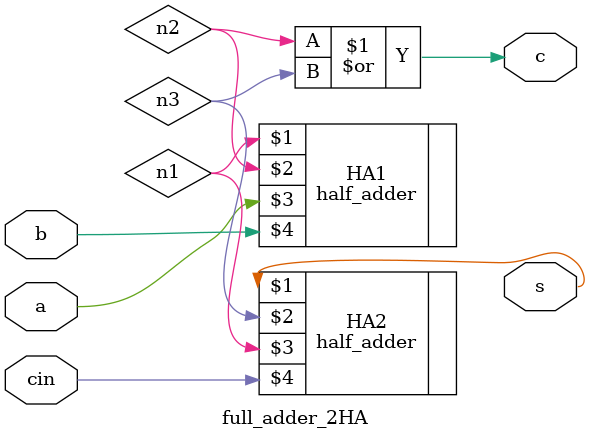
<source format=v>
`timescale 1ns / 1ps


module full_adder_2HA(a,b,cin,s,c);
input a,b,cin;
output s,c;
wire n1,n2,n3;

half_adder HA1 (n1,n2,a,b);
half_adder HA2 (s,n3,n1,cin);

or or1 (c,n2,n3);
    
endmodule

</source>
